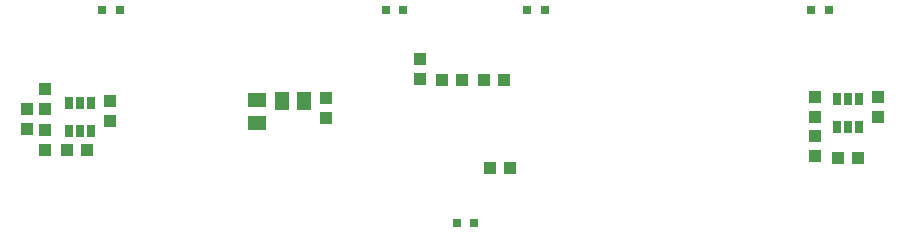
<source format=gbp>
%FSDAX24Y24*%
%MOIN*%
%SFA1B1*%

%IPPOS*%
%ADD13R,0.043300X0.039400*%
%ADD14R,0.039400X0.043300*%
%ADD15R,0.059100X0.051200*%
%ADD16R,0.031500X0.031500*%
%ADD17R,0.051200X0.059100*%
%ADD18R,0.025600X0.043300*%
%LNde-151116-1*%
%LPD*%
G54D13*
X036115Y023644D03*
X036785D03*
X022015Y024244D03*
X022685D03*
X036585Y026594D03*
X035915D03*
X035185D03*
X034515D03*
X047715Y024000D03*
X048385D03*
G54D14*
X023450Y025885D03*
Y025215D03*
X049050Y026035D03*
Y025365D03*
X030650Y025314D03*
Y025983D03*
X021300Y026278D03*
Y025609D03*
X033798Y027278D03*
Y026609D03*
X046950Y025365D03*
Y026035D03*
Y024065D03*
Y024735D03*
X020700Y024959D03*
Y025628D03*
X021300Y024259D03*
Y024928D03*
G54D15*
X028350Y025170D03*
Y025918D03*
G54D16*
X046814Y028921D03*
X047404D03*
X023192D03*
X023782D03*
X037956D03*
X037365D03*
X032641D03*
X033231D03*
X035003Y021834D03*
X035593D03*
G54D17*
X029924Y025894D03*
X029176D03*
G54D18*
X022076Y024878D03*
X022450D03*
X022824D03*
Y025822D03*
X022450D03*
X022076D03*
X047676Y025028D03*
X048050D03*
X048424D03*
Y025972D03*
X048050D03*
X047676D03*
M02*
</source>
